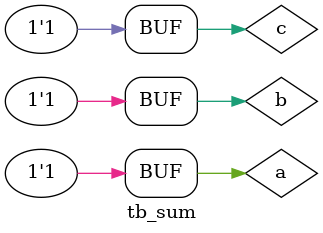
<source format=v>
`timescale 1ns / 1ps


module tb_sum();
    
    reg a, b, c;
    wire f;
    
    testsum UUT(f, a, b, c);
    
    initial begin
    
    #10 a = 0;
        b = 0; //no delay here because this is sequential remember so 'a' has a delay of 10 first and then b activates.
    #10 c = 0;
    #10 c = 1; 
    #10 c = 0;
    #10 b = 1;
    #10 a = 1;
        c = 1;    
    end
endmodule





</source>
